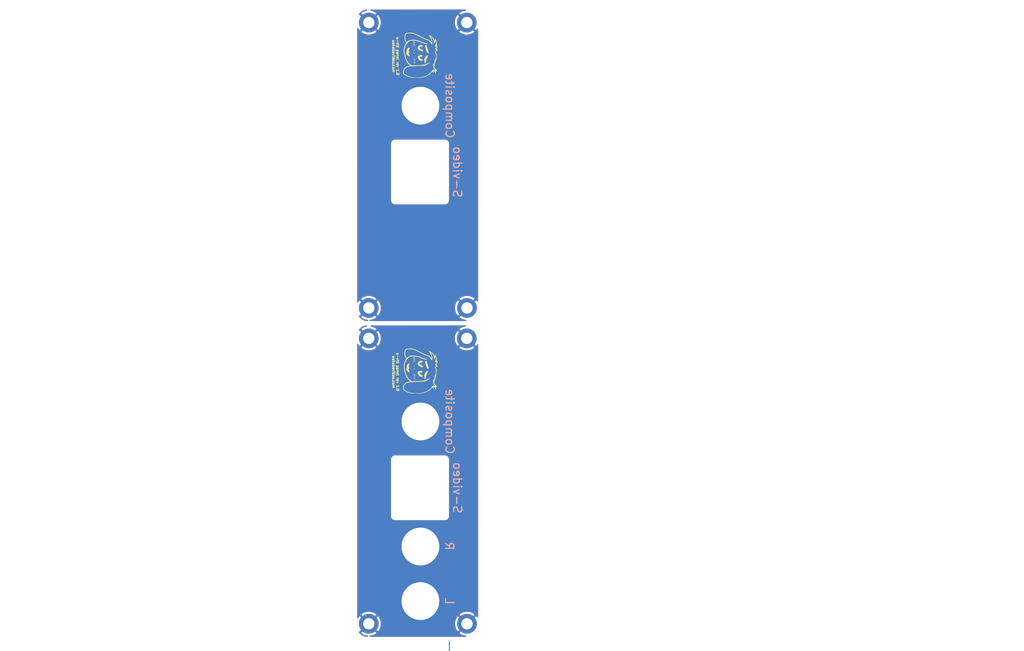
<source format=kicad_pcb>
(kicad_pcb (version 20221018) (generator pcbnew)
  (layers (0 "F.Cu" signal) (31 "B.Cu" signal) (34 "B.Paste" user) (35 "F.Paste" user) (36 "B.SilkS" user "B.Silkscreen") (37 "F.SilkS" user "F.Silkscreen") (38 "B.Mask" user) (39 "F.Mask" user) (44 "Edge.Cuts" user))
  (net 0 "")
  (net 1 "/GND4")
  (footprint "MountingHole:MountingHole_2.7mm_M2.5_DIN965_Pad" (layer "F.Cu") (at 108.8 117.3)
    (fp_text reference "H4" hide)
    (fp_text value "MountingHole_Pad")
    (pad "1" thru_hole circle (at 0 0) (size 4.7 4.7) (drill 2.7) (layers "*.Cu" "*.Mask") (net 1 "/GND4"))
  )
  (footprint "MountingHole:MountingHole_2.7mm_M2.5_DIN965_Pad" (layer "F.Cu") (at 132.15 117.3)
    (fp_text reference "H8" hide)
    (fp_text value "MountingHole_Pad")
    (pad "1" thru_hole circle (at 0 0) (size 4.7 4.7) (drill 2.7) (layers "*.Cu" "*.Mask") (net 1 "/GND4"))
  )
  (footprint "MountingHole:MountingHole_2.7mm_M2.5_DIN965_Pad" (layer "F.Cu") (at 108.8 185.3)
    (fp_text reference "H12" hide)
    (fp_text value "MountingHole_Pad")
    (pad "1" thru_hole circle (at 0 0) (size 4.7 4.7) (drill 2.7) (layers "*.Cu" "*.Mask") (net 1 "/GND4"))
  )
  (footprint "MountingHole:MountingHole_2.7mm_M2.5_DIN965_Pad" (layer "F.Cu") (at 132.2 185.3)
    (fp_text reference "H16" hide)
    (fp_text value "MountingHole_Pad")
    (pad "1" thru_hole circle (at 0 0) (size 4.7 4.7) (drill 2.7) (layers "*.Cu" "*.Mask") (net 1 "/GND4"))
  )
  (footprint "videobits:uwuriel" (layer "F.Cu") (at 121.1 125.1 -90)
    (fp_text reference "G***" hide)
    (fp_text value "LOGO" hide)
    (fp_poly (pts (xy -0.418861 1.481666) (xy -0.484447 1.56888) (xy -0.555612 1.595585) (xy -0.659453 1.574652) (xy -0.658862 1.510919) (xy -0.574579 1.414779) (xy -0.46739 1.406727) (xy -0.418861 1.481666)) (stroke (width 0.01)) (fill solid) (layer "F.SilkS"))
    (fp_poly (pts (xy -2.201333 1.324373) (xy -2.249734 1.448646) (xy -2.333004 1.571317) (xy -2.420538 1.675402) (xy -2.42069 1.646943) (xy -2.363869 1.524) (xy -2.262831 1.326263) (xy -2.212732 1.27121) (xy -2.201333 1.324373)) (stroke (width 0.01)) (fill solid) (layer "F.SilkS"))
    (fp_poly (pts (xy -2.119259 1.566333) (xy -2.161416 1.705472) (xy -2.201333 1.778) (xy -2.268421 1.845769) (xy -2.283407 1.820333) (xy -2.241251 1.681194) (xy -2.201333 1.608666) (xy -2.134246 1.540897) (xy -2.119259 1.566333)) (stroke (width 0.01)) (fill solid) (layer "F.SilkS"))
    (fp_poly (pts (xy -1.101835 1.422045) (xy -1.070049 1.481666) (xy -1.083058 1.590894) (xy -1.145657 1.608666) (xy -1.255588 1.540834) (xy -1.27 1.481666) (xy -1.229094 1.368925) (xy -1.194392 1.354666) (xy -1.101835 1.422045)) (stroke (width 0.01)) (fill solid) (layer "F.SilkS"))
    (fp_poly (pts (xy 0.566104 1.57869) (xy 0.550334 1.608666) (xy 0.470559 1.689523) (xy 0.455673 1.693333) (xy 0.449897 1.638643) (xy 0.465667 1.608666) (xy 0.545441 1.527809) (xy 0.560327 1.524) (xy 0.566104 1.57869)) (stroke (width 0.01)) (fill solid) (layer "F.SilkS"))
    (fp_poly (pts (xy 1.310575 1.242415) (xy 1.277616 1.312333) (xy 1.147752 1.543107) (xy 1.05582 1.660815) (xy 1.017558 1.645695) (xy 1.017297 1.639213) (xy 1.067781 1.511943) (xy 1.190114 1.342879) (xy 1.297284 1.227889) (xy 1.310575 1.242415)) (stroke (width 0.01)) (fill solid) (layer "F.SilkS"))
    (fp_poly (pts (xy -2.715334 1.312333) (xy -2.754209 1.442378) (xy -2.836333 1.608666) (xy -2.920576 1.732) (xy -2.957278 1.738121) (xy -2.957333 1.735666) (xy -2.918458 1.605621) (xy -2.836333 1.439333) (xy -2.752091 1.315999) (xy -2.715388 1.309878) (xy -2.715334 1.312333)) (stroke (width 0.01)) (fill solid) (layer "F.SilkS"))
    (fp_poly (pts (xy 1.097554 1.143) (xy 1.048409 1.256914) (xy 0.923645 1.433626) (xy 0.884104 1.481666) (xy 0.771165 1.600141) (xy 0.736631 1.604182) (xy 0.751321 1.566333) (xy 0.860036 1.375813) (xy 0.975406 1.216999) (xy 1.065217 1.129278) (xy 1.097554 1.143)) (stroke (width 0.01)) (fill solid) (layer "F.SilkS"))
    (fp_poly (pts (xy -3.009711 1.351684) (xy -3.070182 1.493112) (xy -3.172072 1.657179) (xy -3.285234 1.756414) (xy -3.36834 1.763057) (xy -3.386666 1.705696) (xy -3.333979 1.60124) (xy -3.204269 1.437276) (xy -3.175 1.405001) (xy -3.025381 1.251882) (xy -2.973185 1.231671) (xy -3.009711 1.351684)) (stroke (width 0.01)) (fill solid) (layer "F.SilkS"))
    (fp_poly (pts (xy -2.427632 1.252017) (xy -2.489998 1.419796) (xy -2.54 1.524) (xy -2.670094 1.76126) (xy -2.738609 1.850773) (xy -2.739053 1.79248) (xy -2.664932 1.586326) (xy -2.639546 1.524861) (xy -2.539297 1.318491) (xy -2.45475 1.198477) (xy -2.432446 1.186194) (xy -2.427632 1.252017)) (stroke (width 0.01)) (fill solid) (layer "F.SilkS"))
    (fp_poly (pts (xy 1.721902 1.208226) (xy 1.711539 1.228613) (xy 1.58151 1.410107) (xy 1.426009 1.566674) (xy 1.306032 1.665643) (xy 1.290828 1.663712) (xy 1.382131 1.548571) (xy 1.438065 1.48106) (xy 1.630134 1.251855) (xy 1.731035 1.139607) (xy 1.75641 1.129877) (xy 1.721902 1.208226)) (stroke (width 0.01)) (fill solid) (layer "F.SilkS"))
    (fp_poly (pts (xy 1.993024 1.250774) (xy 1.919405 1.411137) (xy 1.905 1.439333) (xy 1.793126 1.611731) (xy 1.69596 1.692497) (xy 1.688625 1.693333) (xy 1.677652 1.635112) (xy 1.755468 1.490254) (xy 1.791388 1.439333) (xy 1.91989 1.274792) (xy 2.00034 1.188909) (xy 2.007763 1.185333) (xy 1.993024 1.250774)) (stroke (width 0.01)) (fill solid) (layer "F.SilkS"))
    (fp_poly (pts (xy -0.572618 -1.960559) (xy -0.565458 -1.953992) (xy -0.513888 -1.811032) (xy -0.622911 -1.655869) (xy -0.884925 -1.495872) (xy -1.15122 -1.386406) (xy -1.654342 -1.224178) (xy -2.04016 -1.140466) (xy -2.298564 -1.136626) (xy -2.419445 -1.214012) (xy -2.420316 -1.216202) (xy -2.434355 -1.385251) (xy -2.31157 -1.499911) (xy -2.050196 -1.572856) (xy -1.802805 -1.63406) (xy -1.477227 -1.737208) (xy -1.198555 -1.839124) (xy -0.880724 -1.952203) (xy -0.682109 -1.990861) (xy -0.572618 -1.960559)) (stroke (width 0.01)) (fill solid) (layer "F.SilkS"))
    (fp_poly (pts (xy 0.300843 -1.745372) (xy 0.592182 -1.599884) (xy 0.643055 -1.566334) (xy 1.049231 -1.383826) (xy 1.302982 -1.353371) (xy 1.633539 -1.321448) (xy 1.814826 -1.230687) (xy 1.841262 -1.084092) (xy 1.835328 -1.066879) (xy 1.756969 -0.984691) (xy 1.579022 -0.942467) (xy 1.292694 -0.931334) (xy 0.981686 -0.946779) (xy 0.738903 -1.010576) (xy 0.48214 -1.148918) (xy 0.361501 -1.228033) (xy 0.089216 -1.435324) (xy -0.029293 -1.588191) (xy -0.030477 -1.651366) (xy 0.08865 -1.763118) (xy 0.300843 -1.745372)) (stroke (width 0.01)) (fill solid) (layer "F.SilkS"))
    (fp_poly (pts (xy 1.283356 -0.487818) (xy 1.339184 -0.270196) (xy 1.332518 -0.078505) (xy 1.25141 0.095007) (xy 1.067631 0.306617) (xy 1.031644 0.342944) (xy 0.723242 0.589683) (xy 0.45333 0.672899) (xy 0.218743 0.593194) (xy 0.132947 0.514571) (xy 0.02107 0.311936) (xy -0.047726 0.039704) (xy -0.061896 -0.228133) (xy -0.012019 -0.414505) (xy 0.112699 -0.497947) (xy 0.241193 -0.448645) (xy 0.327271 -0.295648) (xy 0.339963 -0.193158) (xy 0.363647 0.019562) (xy 0.407654 0.146862) (xy 0.514961 0.196319) (xy 0.660055 0.121843) (xy 0.808613 -0.047284) (xy 0.92631 -0.281784) (xy 0.932954 -0.301245) (xy 1.047778 -0.519493) (xy 1.175018 -0.580886) (xy 1.283356 -0.487818)) (stroke (width 0.01)) (fill solid) (layer "F.SilkS"))
    (fp_poly (pts (xy -1.048016 -0.619326) (xy -0.946793 -0.504826) (xy -0.945123 -0.306422) (xy -1.023206 -0.06033) (xy -1.161241 0.197234) (xy -1.339427 0.430055) (xy -1.537966 0.601916) (xy -1.737056 0.676602) (xy -1.756938 0.677333) (xy -1.94562 0.61926) (xy -2.159125 0.475134) (xy -2.207846 0.429846) (xy -2.388729 0.194635) (xy -2.452896 -0.068259) (xy -2.455333 -0.153763) (xy -2.426098 -0.404601) (xy -2.346162 -0.531299) (xy -2.33865 -0.534659) (xy -2.180209 -0.522603) (xy -2.069112 -0.375945) (xy -2.032 -0.155379) (xy -1.967361 0.074332) (xy -1.863094 0.169104) (xy -1.738669 0.20752) (xy -1.635355 0.142701) (xy -1.524744 -0.018417) (xy -1.414417 -0.220775) (xy -1.357202 -0.367501) (xy -1.354983 -0.385234) (xy -1.288803 -0.537782) (xy -1.143611 -0.624678) (xy -1.048016 -0.619326)) (stroke (width 0.01)) (fill solid) (layer "F.SilkS"))
    (fp_poly (pts (xy -1.592045 2.587219) (xy -1.403504 2.689485) (xy -1.386422 2.702527) (xy -1.221688 2.81584) (xy -1.113748 2.82288) (xy -1.017433 2.752963) (xy -0.810121 2.634858) (xy -0.629447 2.683261) (xy -0.545324 2.772833) (xy -0.461883 2.862355) (xy -0.375068 2.849487) (xy -0.228259 2.724915) (xy -0.222798 2.719788) (xy -0.035511 2.598648) (xy 0.135774 2.572085) (xy 0.24126 2.641776) (xy 0.254 2.70373) (xy 0.19466 2.838184) (xy 0.048787 3.022751) (xy -0.135398 3.207998) (xy -0.309674 3.344492) (xy -0.410937 3.38537) (xy -0.607179 3.339696) (xy -0.673346 3.306256) (xy -0.843625 3.264127) (xy -1.032624 3.275691) (xy -1.245579 3.266197) (xy -1.462669 3.176628) (xy -1.654761 3.036059) (xy -1.79272 2.873564) (xy -1.847414 2.71822) (xy -1.78971 2.599101) (xy -1.738156 2.571572) (xy -1.592045 2.587219)) (stroke (width 0.01)) (fill solid) (layer "F.SilkS"))
    (fp_poly (pts (xy -1.100666 -3.995516) (xy -1.055553 -3.878488) (xy -0.991309 -3.777476) (xy -0.911525 -3.689924) (xy -0.814388 -3.67252) (xy -0.643463 -3.724228) (xy -0.529355 -3.769001) (xy -0.160656 -3.862604) (xy 0.28248 -3.871313) (xy 0.820845 -3.793195) (xy 1.475228 -3.626315) (xy 1.682855 -3.563175) (xy 2.143707 -3.419082) (xy 2.473757 -3.323382) (xy 2.704691 -3.27681) (xy 2.868197 -3.280102) (xy 2.99596 -3.333991) (xy 3.119666 -3.439213) (xy 3.271003 -3.596502) (xy 3.274427 -3.600078) (xy 3.499966 -3.829644) (xy 3.634873 -3.944373) (xy 3.701952 -3.955152) (xy 3.724009 -3.872865) (xy 3.725334 -3.815324) (xy 3.751028 -3.707582) (xy 3.8594 -3.679743) (xy 4.010903 -3.697655) (xy 4.231758 -3.704766) (xy 4.354044 -3.650828) (xy 4.354566 -3.649998) (xy 4.340225 -3.571864) (xy 4.259497 -3.55558) (xy 4.096414 -3.503959) (xy 3.89092 -3.377256) (xy 3.852334 -3.346958) (xy 3.598334 -3.138757) (xy 3.92083 -3.135712) (xy 4.124185 -3.114772) (xy 4.196286 -3.063348) (xy 4.191 -3.048) (xy 4.072986 -2.979718) (xy 3.95317 -2.963105) (xy 3.863349 -2.949426) (xy 3.870404 -2.892303) (xy 3.987209 -2.767108) (xy 4.119169 -2.645605) (xy 4.596816 -2.11848) (xy 4.962079 -1.492545) (xy 5.177116 -0.927094) (xy 5.260163 -0.636075) (xy 5.31623 -0.361644) (xy 5.350093 -0.058859) (xy 5.366527 0.317217) (xy 5.370307 0.811524) (xy 5.370111 0.889) (xy 5.346052 1.646868) (xy 5.274011 2.275177) (xy 5.145865 2.808941) (xy 4.953495 3.283177) (xy 4.722049 3.683) (xy 4.554563 3.922212) (xy 4.418423 4.052208) (xy 4.259288 4.109823) (xy 4.063346 4.129524) (xy 3.58866 4.077596) (xy 3.325237 3.973534) (xy 2.974076 3.723867) (xy 2.718422 3.364554) (xy 2.542739 2.872973) (xy 2.528386 2.81314) (xy 2.428632 2.380982) (xy 2.185023 2.687524) (xy 1.856819 3.028483) (xy 1.454593 3.300193) (xy 0.931611 3.533962) (xy 0.908971 3.542427) (xy 0.012197 3.816885) (xy -0.810182 3.946786) (xy -1.55461 3.932206) (xy -2.217531 3.773222) (xy -2.795387 3.469911) (xy -2.805643 3.462664) (xy -2.968237 3.362182) (xy -3.065762 3.365124) (xy -3.138143 3.435598) (xy -3.398357 3.63257) (xy -3.764302 3.760951) (xy -4.184017 3.813853) (xy -4.60554 3.784387) (xy -4.954822 3.67646) (xy -5.132672 3.577041) (xy -5.248033 3.456079) (xy -5.319934 3.272818) (xy -5.367403 2.986503) (xy -5.391634 2.751593) (xy -5.246331 2.751593) (xy -5.23852 2.982727) (xy -5.200208 3.138855) (xy -5.123 3.266863) (xy -5.063624 3.339123) (xy -4.883932 3.499565) (xy -4.655584 3.586074) (xy -4.423443 3.619537) (xy -4.00944 3.6343) (xy -3.69707 3.577276) (xy -3.429348 3.435962) (xy -3.364133 3.387115) (xy -3.144753 3.21455) (xy -3.385185 2.951312) (xy -3.575289 2.629213) (xy -3.683119 2.190861) (xy -3.709871 1.667333) (xy -3.656736 1.089708) (xy -3.52491 0.489067) (xy -3.315585 -0.103513) (xy -3.263334 -0.220907) (xy -3.112316 -0.577503) (xy -2.988302 -0.925051) (xy -2.913368 -1.20021) (xy -2.905085 -1.248834) (xy -2.857156 -1.468397) (xy -2.794968 -1.595777) (xy -2.770698 -1.608667) (xy -2.714421 -1.536119) (xy -2.716335 -1.340679) (xy -2.769248 -1.055659) (xy -2.865964 -0.714368) (xy -2.999291 -0.350115) (xy -3.084965 -0.153468) (xy -3.343963 0.545577) (xy -3.488402 1.258557) (xy -3.510144 1.937071) (xy -3.480737 2.200081) (xy -3.422574 2.473375) (xy -3.329793 2.678348) (xy -3.165694 2.877832) (xy -2.981798 3.054237) (xy -2.428741 3.462661) (xy -1.830335 3.70896) (xy -1.177042 3.796511) (xy -0.908315 3.788571) (xy -0.416436 3.721176) (xy 0.135137 3.59375) (xy 0.686927 3.424217) (xy 1.179457 3.230506) (xy 1.506027 3.060887) (xy 1.764889 2.854572) (xy 2.022674 2.577286) (xy 2.138715 2.418537) (xy 2.408377 2.000741) (xy 2.385431 0.767537) (xy 2.360042 0.073557) (xy 2.308201 -0.486146) (xy 2.223275 -0.945463) (xy 2.098633 -1.338287) (xy 1.927642 -1.698509) (xy 1.889832 -1.76526) (xy 1.765573 -2.022087) (xy 1.740632 -2.184309) (xy 1.756097 -2.213297) (xy 1.833119 -2.184501) (xy 1.96203 -2.011257) (xy 2.133185 -1.706876) (xy 2.157882 -1.65867) (xy 2.47989 -1.024265) (xy 2.548711 0.609701) (xy 2.579802 1.303612) (xy 2.609652 1.851631) (xy 2.641007 2.277151) (xy 2.676615 2.603568) (xy 2.719222 2.854274) (xy 2.771575 3.052663) (xy 2.836421 3.222131) (xy 2.861987 3.277707) (xy 3.069696 3.56765) (xy 3.359879 3.787765) (xy 3.691657 3.925036) (xy 4.024153 3.966445) (xy 4.316488 3.898979) (xy 4.467248 3.788833) (xy 4.75375 3.381418) (xy 4.986618 2.845907) (xy 5.160407 2.216534) (xy 5.269675 1.527533) (xy 5.308981 0.813138) (xy 5.272881 0.107583) (xy 5.157084 -0.550334) (xy 5.045749 -0.928257) (xy 4.909694 -1.296079) (xy 4.767712 -1.610115) (xy 4.638598 -1.826681) (xy 4.58215 -1.886749) (xy 4.445012 -2.03523) (xy 4.319797 -2.23196) (xy 4.17529 -2.426228) (xy 4.013528 -2.543095) (xy 3.830353 -2.646659) (xy 3.619445 -2.809943) (xy 3.592132 -2.834666) (xy 3.440912 -2.99481) (xy 3.406369 -3.112075) (xy 3.453901 -3.220883) (xy 3.549527 -3.411852) (xy 3.530836 -3.482811) (xy 3.407055 -3.429553) (xy 3.256721 -3.310771) (xy 3.060623 -3.158091) (xy 2.874324 -3.079082) (xy 2.626878 -3.050568) (xy 2.452387 -3.048) (xy 2.183002 -3.060921) (xy 2.000497 -3.094637) (xy 1.947334 -3.132667) (xy 2.014819 -3.216932) (xy 2.053167 -3.225773) (xy 2.102653 -3.246019) (xy 2.025154 -3.280408) (xy 1.861397 -3.319689) (xy 1.652107 -3.354614) (xy 1.438009 -3.375935) (xy 1.381881 -3.378228) (xy 1.124745 -3.413942) (xy 0.928515 -3.492384) (xy 0.897571 -3.517192) (xy 0.608568 -3.70594) (xy 0.241246 -3.765145) (xy -0.215645 -3.695022) (xy -0.650472 -3.547058) (xy -0.843741 -3.484885) (xy -0.965817 -3.515817) (xy -1.083381 -3.640346) (xy -1.246819 -3.842183) (xy -1.344259 -3.660113) (xy -1.4417 -3.478043) (xy -1.748665 -3.686355) (xy -1.994237 -3.839697) (xy -2.125213 -3.882468) (xy -2.155259 -3.814653) (xy -2.117806 -3.685998) (xy -2.078731 -3.498535) (xy -2.150267 -3.43805) (xy -2.329746 -3.505662) (xy -2.418282 -3.560263) (xy -2.681229 -3.673036) (xy -2.987484 -3.721415) (xy -3.261649 -3.697976) (xy -3.368261 -3.653834) (xy -3.382058 -3.587908) (xy -3.233253 -3.506919) (xy -3.138234 -3.473171) (xy -2.914242 -3.376111) (xy -2.856096 -3.294688) (xy -2.960416 -3.238548) (xy -3.223822 -3.217337) (xy -3.227896 -3.217334) (xy -3.577393 -3.178845) (xy -3.878112 -3.044463) (xy -4.169833 -2.810148) (xy -4.348325 -2.625627) (xy -4.386986 -2.53646) (xy -4.286519 -2.543531) (xy -4.047623 -2.647724) (xy -4.042833 -2.650109) (xy -3.797122 -2.738028) (xy -3.490138 -2.800587) (xy -3.167662 -2.834861) (xy -2.875475 -2.837922) (xy -2.659359 -2.806847) (xy -2.566664 -2.744445) (xy -2.617154 -2.658273) (xy -2.781154 -2.546402) (xy -2.882411 -2.495979) (xy -3.264169 -2.255711) (xy -3.51703 -1.92406) (xy -3.642947 -1.576447) (xy -3.708365 -1.390809) (xy -3.837383 -1.085353) (xy -4.016087 -0.69081) (xy -4.230565 -0.237914) (xy -4.462832 0.234484) (xy -4.716655 0.743603) (xy -4.904535 1.131584) (xy -5.037098 1.428324) (xy -5.124969 1.663717) (xy -5.178776 1.867661) (xy -5.209145 2.070049) (xy -5.226701 2.300778) (xy -5.232038 2.398568) (xy -5.246331 2.751593) (xy -5.391634 2.751593) (xy -5.393048 2.737893) (xy -5.408064 2.367543) (xy -5.373516 2.013255) (xy -5.279389 1.63891) (xy -5.115667 1.208389) (xy -4.872333 0.685571) (xy -4.763791 0.468746) (xy -4.496993 -0.058013) (xy -4.295518 -0.459214) (xy -4.147756 -0.760146) (xy -4.0421 -0.986102) (xy -3.96694 -1.162371) (xy -3.910669 -1.314245) (xy -3.861677 -1.467013) (xy -3.836026 -1.552502) (xy -3.673856 -1.991759) (xy -3.476268 -2.303168) (xy -3.216098 -2.52801) (xy -3.178623 -2.551597) (xy -2.921 -2.708701) (xy -3.217333 -2.707158) (xy -3.578197 -2.645944) (xy -3.996053 -2.481082) (xy -4.41579 -2.235841) (xy -4.530204 -2.15285) (xy -4.727529 -2.027077) (xy -4.818823 -2.027575) (xy -4.803861 -2.148413) (xy -4.682419 -2.383656) (xy -4.546852 -2.594256) (xy -4.179737 -3.002134) (xy -3.848352 -3.217162) (xy -3.429 -3.428657) (xy -3.725333 -3.477433) (xy -4.021666 -3.526208) (xy -3.598333 -3.717945) (xy -3.212158 -3.851899) (xy -2.847312 -3.878045) (xy -2.780544 -3.873011) (xy -2.538401 -3.861028) (xy -2.433049 -3.888914) (xy -2.429769 -3.95017) (xy -2.405696 -4.039954) (xy -2.257887 -4.060222) (xy -2.016641 -4.011788) (xy -1.798111 -3.933172) (xy -1.590297 -3.855691) (xy -1.476069 -3.852348) (xy -1.396772 -3.923144) (xy -1.38933 -3.933172) (xy -1.267202 -4.037739) (xy -1.149523 -4.060899) (xy -1.100666 -3.995516)) (stroke (width 0.01)) (fill solid) (layer "F.SilkS"))
  )
  (footprint "videobits:uwuriel" (layer "F.Cu") (at 121.1 49.85 -90)
    (fp_text reference "G***" hide)
    (fp_text value "LOGO" hide)
    (fp_poly (pts (xy -0.418861 1.481666) (xy -0.484447 1.56888) (xy -0.555612 1.595585) (xy -0.659453 1.574652) (xy -0.658862 1.510919) (xy -0.574579 1.414779) (xy -0.46739 1.406727) (xy -0.418861 1.481666)) (stroke (width 0.01)) (fill solid) (layer "F.SilkS"))
    (fp_poly (pts (xy -2.201333 1.324373) (xy -2.249734 1.448646) (xy -2.333004 1.571317) (xy -2.420538 1.675402) (xy -2.42069 1.646943) (xy -2.363869 1.524) (xy -2.262831 1.326263) (xy -2.212732 1.27121) (xy -2.201333 1.324373)) (stroke (width 0.01)) (fill solid) (layer "F.SilkS"))
    (fp_poly (pts (xy -2.119259 1.566333) (xy -2.161416 1.705472) (xy -2.201333 1.778) (xy -2.268421 1.845769) (xy -2.283407 1.820333) (xy -2.241251 1.681194) (xy -2.201333 1.608666) (xy -2.134246 1.540897) (xy -2.119259 1.566333)) (stroke (width 0.01)) (fill solid) (layer "F.SilkS"))
    (fp_poly (pts (xy -1.101835 1.422045) (xy -1.070049 1.481666) (xy -1.083058 1.590894) (xy -1.145657 1.608666) (xy -1.255588 1.540834) (xy -1.27 1.481666) (xy -1.229094 1.368925) (xy -1.194392 1.354666) (xy -1.101835 1.422045)) (stroke (width 0.01)) (fill solid) (layer "F.SilkS"))
    (fp_poly (pts (xy 0.566104 1.57869) (xy 0.550334 1.608666) (xy 0.470559 1.689523) (xy 0.455673 1.693333) (xy 0.449897 1.638643) (xy 0.465667 1.608666) (xy 0.545441 1.527809) (xy 0.560327 1.524) (xy 0.566104 1.57869)) (stroke (width 0.01)) (fill solid) (layer "F.SilkS"))
    (fp_poly (pts (xy 1.310575 1.242415) (xy 1.277616 1.312333) (xy 1.147752 1.543107) (xy 1.05582 1.660815) (xy 1.017558 1.645695) (xy 1.017297 1.639213) (xy 1.067781 1.511943) (xy 1.190114 1.342879) (xy 1.297284 1.227889) (xy 1.310575 1.242415)) (stroke (width 0.01)) (fill solid) (layer "F.SilkS"))
    (fp_poly (pts (xy -2.715334 1.312333) (xy -2.754209 1.442378) (xy -2.836333 1.608666) (xy -2.920576 1.732) (xy -2.957278 1.738121) (xy -2.957333 1.735666) (xy -2.918458 1.605621) (xy -2.836333 1.439333) (xy -2.752091 1.315999) (xy -2.715388 1.309878) (xy -2.715334 1.312333)) (stroke (width 0.01)) (fill solid) (layer "F.SilkS"))
    (fp_poly (pts (xy 1.097554 1.143) (xy 1.048409 1.256914) (xy 0.923645 1.433626) (xy 0.884104 1.481666) (xy 0.771165 1.600141) (xy 0.736631 1.604182) (xy 0.751321 1.566333) (xy 0.860036 1.375813) (xy 0.975406 1.216999) (xy 1.065217 1.129278) (xy 1.097554 1.143)) (stroke (width 0.01)) (fill solid) (layer "F.SilkS"))
    (fp_poly (pts (xy -3.009711 1.351684) (xy -3.070182 1.493112) (xy -3.172072 1.657179) (xy -3.285234 1.756414) (xy -3.36834 1.763057) (xy -3.386666 1.705696) (xy -3.333979 1.60124) (xy -3.204269 1.437276) (xy -3.175 1.405001) (xy -3.025381 1.251882) (xy -2.973185 1.231671) (xy -3.009711 1.351684)) (stroke (width 0.01)) (fill solid) (layer "F.SilkS"))
    (fp_poly (pts (xy -2.427632 1.252017) (xy -2.489998 1.419796) (xy -2.54 1.524) (xy -2.670094 1.76126) (xy -2.738609 1.850773) (xy -2.739053 1.79248) (xy -2.664932 1.586326) (xy -2.639546 1.524861) (xy -2.539297 1.318491) (xy -2.45475 1.198477) (xy -2.432446 1.186194) (xy -2.427632 1.252017)) (stroke (width 0.01)) (fill solid) (layer "F.SilkS"))
    (fp_poly (pts (xy 1.721902 1.208226) (xy 1.711539 1.228613) (xy 1.58151 1.410107) (xy 1.426009 1.566674) (xy 1.306032 1.665643) (xy 1.290828 1.663712) (xy 1.382131 1.548571) (xy 1.438065 1.48106) (xy 1.630134 1.251855) (xy 1.731035 1.139607) (xy 1.75641 1.129877) (xy 1.721902 1.208226)) (stroke (width 0.01)) (fill solid) (layer "F.SilkS"))
    (fp_poly (pts (xy 1.993024 1.250774) (xy 1.919405 1.411137) (xy 1.905 1.439333) (xy 1.793126 1.611731) (xy 1.69596 1.692497) (xy 1.688625 1.693333) (xy 1.677652 1.635112) (xy 1.755468 1.490254) (xy 1.791388 1.439333) (xy 1.91989 1.274792) (xy 2.00034 1.188909) (xy 2.007763 1.185333) (xy 1.993024 1.250774)) (stroke (width 0.01)) (fill solid) (layer "F.SilkS"))
    (fp_poly (pts (xy -0.572618 -1.960559) (xy -0.565458 -1.953992) (xy -0.513888 -1.811032) (xy -0.622911 -1.655869) (xy -0.884925 -1.495872) (xy -1.15122 -1.386406) (xy -1.654342 -1.224178) (xy -2.04016 -1.140466) (xy -2.298564 -1.136626) (xy -2.419445 -1.214012) (xy -2.420316 -1.216202) (xy -2.434355 -1.385251) (xy -2.31157 -1.499911) (xy -2.050196 -1.572856) (xy -1.802805 -1.63406) (xy -1.477227 -1.737208) (xy -1.198555 -1.839124) (xy -0.880724 -1.952203) (xy -0.682109 -1.990861) (xy -0.572618 -1.960559)) (stroke (width 0.01)) (fill solid) (layer "F.SilkS"))
    (fp_poly (pts (xy 0.300843 -1.745372) (xy 0.592182 -1.599884) (xy 0.643055 -1.566334) (xy 1.049231 -1.383826) (xy 1.302982 -1.353371) (xy 1.633539 -1.321448) (xy 1.814826 -1.230687) (xy 1.841262 -1.084092) (xy 1.835328 -1.066879) (xy 1.756969 -0.984691) (xy 1.579022 -0.942467) (xy 1.292694 -0.931334) (xy 0.981686 -0.946779) (xy 0.738903 -1.010576) (xy 0.48214 -1.148918) (xy 0.361501 -1.228033) (xy 0.089216 -1.435324) (xy -0.029293 -1.588191) (xy -0.030477 -1.651366) (xy 0.08865 -1.763118) (xy 0.300843 -1.745372)) (stroke (width 0.01)) (fill solid) (layer "F.SilkS"))
    (fp_poly (pts (xy 1.283356 -0.487818) (xy 1.339184 -0.270196) (xy 1.332518 -0.078505) (xy 1.25141 0.095007) (xy 1.067631 0.306617) (xy 1.031644 0.342944) (xy 0.723242 0.589683) (xy 0.45333 0.672899) (xy 0.218743 0.593194) (xy 0.132947 0.514571) (xy 0.02107 0.311936) (xy -0.047726 0.039704) (xy -0.061896 -0.228133) (xy -0.012019 -0.414505) (xy 0.112699 -0.497947) (xy 0.241193 -0.448645) (xy 0.327271 -0.295648) (xy 0.339963 -0.193158) (xy 0.363647 0.019562) (xy 0.407654 0.146862) (xy 0.514961 0.196319) (xy 0.660055 0.121843) (xy 0.808613 -0.047284) (xy 0.92631 -0.281784) (xy 0.932954 -0.301245) (xy 1.047778 -0.519493) (xy 1.175018 -0.580886) (xy 1.283356 -0.487818)) (stroke (width 0.01)) (fill solid) (layer "F.SilkS"))
    (fp_poly (pts (xy -1.048016 -0.619326) (xy -0.946793 -0.504826) (xy -0.945123 -0.306422) (xy -1.023206 -0.06033) (xy -1.161241 0.197234) (xy -1.339427 0.430055) (xy -1.537966 0.601916) (xy -1.737056 0.676602) (xy -1.756938 0.677333) (xy -1.94562 0.61926) (xy -2.159125 0.475134) (xy -2.207846 0.429846) (xy -2.388729 0.194635) (xy -2.452896 -0.068259) (xy -2.455333 -0.153763) (xy -2.426098 -0.404601) (xy -2.346162 -0.531299) (xy -2.33865 -0.534659) (xy -2.180209 -0.522603) (xy -2.069112 -0.375945) (xy -2.032 -0.155379) (xy -1.967361 0.074332) (xy -1.863094 0.169104) (xy -1.738669 0.20752) (xy -1.635355 0.142701) (xy -1.524744 -0.018417) (xy -1.414417 -0.220775) (xy -1.357202 -0.367501) (xy -1.354983 -0.385234) (xy -1.288803 -0.537782) (xy -1.143611 -0.624678) (xy -1.048016 -0.619326)) (stroke (width 0.01)) (fill solid) (layer "F.SilkS"))
    (fp_poly (pts (xy -1.592045 2.587219) (xy -1.403504 2.689485) (xy -1.386422 2.702527) (xy -1.221688 2.81584) (xy -1.113748 2.82288) (xy -1.017433 2.752963) (xy -0.810121 2.634858) (xy -0.629447 2.683261) (xy -0.545324 2.772833) (xy -0.461883 2.862355) (xy -0.375068 2.849487) (xy -0.228259 2.724915) (xy -0.222798 2.719788) (xy -0.035511 2.598648) (xy 0.135774 2.572085) (xy 0.24126 2.641776) (xy 0.254 2.70373) (xy 0.19466 2.838184) (xy 0.048787 3.022751) (xy -0.135398 3.207998) (xy -0.309674 3.344492) (xy -0.410937 3.38537) (xy -0.607179 3.339696) (xy -0.673346 3.306256) (xy -0.843625 3.264127) (xy -1.032624 3.275691) (xy -1.245579 3.266197) (xy -1.462669 3.176628) (xy -1.654761 3.036059) (xy -1.79272 2.873564) (xy -1.847414 2.71822) (xy -1.78971 2.599101) (xy -1.738156 2.571572) (xy -1.592045 2.587219)) (stroke (width 0.01)) (fill solid) (layer "F.SilkS"))
    (fp_poly (pts (xy -1.100666 -3.995516) (xy -1.055553 -3.878488) (xy -0.991309 -3.777476) (xy -0.911525 -3.689924) (xy -0.814388 -3.67252) (xy -0.643463 -3.724228) (xy -0.529355 -3.769001) (xy -0.160656 -3.862604) (xy 0.28248 -3.871313) (xy 0.820845 -3.793195) (xy 1.475228 -3.626315) (xy 1.682855 -3.563175) (xy 2.143707 -3.419082) (xy 2.473757 -3.323382) (xy 2.704691 -3.27681) (xy 2.868197 -3.280102) (xy 2.99596 -3.333991) (xy 3.119666 -3.439213) (xy 3.271003 -3.596502) (xy 3.274427 -3.600078) (xy 3.499966 -3.829644) (xy 3.634873 -3.944373) (xy 3.701952 -3.955152) (xy 3.724009 -3.872865) (xy 3.725334 -3.815324) (xy 3.751028 -3.707582) (xy 3.8594 -3.679743) (xy 4.010903 -3.697655) (xy 4.231758 -3.704766) (xy 4.354044 -3.650828) (xy 4.354566 -3.649998) (xy 4.340225 -3.571864) (xy 4.259497 -3.55558) (xy 4.096414 -3.503959) (xy 3.89092 -3.377256) (xy 3.852334 -3.346958) (xy 3.598334 -3.138757) (xy 3.92083 -3.135712) (xy 4.124185 -3.114772) (xy 4.196286 -3.063348) (xy 4.191 -3.048) (xy 4.072986 -2.979718) (xy 3.95317 -2.963105) (xy 3.863349 -2.949426) (xy 3.870404 -2.892303) (xy 3.987209 -2.767108) (xy 4.119169 -2.645605) (xy 4.596816 -2.11848) (xy 4.962079 -1.492545) (xy 5.177116 -0.927094) (xy 5.260163 -0.636075) (xy 5.31623 -0.361644) (xy 5.350093 -0.058859) (xy 5.366527 0.317217) (xy 5.370307 0.811524) (xy 5.370111 0.889) (xy 5.346052 1.646868) (xy 5.274011 2.275177) (xy 5.145865 2.808941) (xy 4.953495 3.283177) (xy 4.722049 3.683) (xy 4.554563 3.922212) (xy 4.418423 4.052208) (xy 4.259288 4.109823) (xy 4.063346 4.129524) (xy 3.58866 4.077596) (xy 3.325237 3.973534) (xy 2.974076 3.723867) (xy 2.718422 3.364554) (xy 2.542739 2.872973) (xy 2.528386 2.81314) (xy 2.428632 2.380982) (xy 2.185023 2.687524) (xy 1.856819 3.028483) (xy 1.454593 3.300193) (xy 0.931611 3.533962) (xy 0.908971 3.542427) (xy 0.012197 3.816885) (xy -0.810182 3.946786) (xy -1.55461 3.932206) (xy -2.217531 3.773222) (xy -2.795387 3.469911) (xy -2.805643 3.462664) (xy -2.968237 3.362182) (xy -3.065762 3.365124) (xy -3.138143 3.435598) (xy -3.398357 3.63257) (xy -3.764302 3.760951) (xy -4.184017 3.813853) (xy -4.60554 3.784387) (xy -4.954822 3.67646) (xy -5.132672 3.577041) (xy -5.248033 3.456079) (xy -5.319934 3.272818) (xy -5.367403 2.986503) (xy -5.391634 2.751593) (xy -5.246331 2.751593) (xy -5.23852 2.982727) (xy -5.200208 3.138855) (xy -5.123 3.266863) (xy -5.063624 3.339123) (xy -4.883932 3.499565) (xy -4.655584 3.586074) (xy -4.423443 3.619537) (xy -4.00944 3.6343) (xy -3.69707 3.577276) (xy -3.429348 3.435962) (xy -3.364133 3.387115) (xy -3.144753 3.21455) (xy -3.385185 2.951312) (xy -3.575289 2.629213) (xy -3.683119 2.190861) (xy -3.709871 1.667333) (xy -3.656736 1.089708) (xy -3.52491 0.489067) (xy -3.315585 -0.103513) (xy -3.263334 -0.220907) (xy -3.112316 -0.577503) (xy -2.988302 -0.925051) (xy -2.913368 -1.20021) (xy -2.905085 -1.248834) (xy -2.857156 -1.468397) (xy -2.794968 -1.595777) (xy -2.770698 -1.608667) (xy -2.714421 -1.536119) (xy -2.716335 -1.340679) (xy -2.769248 -1.055659) (xy -2.865964 -0.714368) (xy -2.999291 -0.350115) (xy -3.084965 -0.153468) (xy -3.343963 0.545577) (xy -3.488402 1.258557) (xy -3.510144 1.937071) (xy -3.480737 2.200081) (xy -3.422574 2.473375) (xy -3.329793 2.678348) (xy -3.165694 2.877832) (xy -2.981798 3.054237) (xy -2.428741 3.462661) (xy -1.830335 3.70896) (xy -1.177042 3.796511) (xy -0.908315 3.788571) (xy -0.416436 3.721176) (xy 0.135137 3.59375) (xy 0.686927 3.424217) (xy 1.179457 3.230506) (xy 1.506027 3.060887) (xy 1.764889 2.854572) (xy 2.022674 2.577286) (xy 2.138715 2.418537) (xy 2.408377 2.000741) (xy 2.385431 0.767537) (xy 2.360042 0.073557) (xy 2.308201 -0.486146) (xy 2.223275 -0.945463) (xy 2.098633 -1.338287) (xy 1.927642 -1.698509) (xy 1.889832 -1.76526) (xy 1.765573 -2.022087) (xy 1.740632 -2.184309) (xy 1.756097 -2.213297) (xy 1.833119 -2.184501) (xy 1.96203 -2.011257) (xy 2.133185 -1.706876) (xy 2.157882 -1.65867) (xy 2.47989 -1.024265) (xy 2.548711 0.609701) (xy 2.579802 1.303612) (xy 2.609652 1.851631) (xy 2.641007 2.277151) (xy 2.676615 2.603568) (xy 2.719222 2.854274) (xy 2.771575 3.052663) (xy 2.836421 3.222131) (xy 2.861987 3.277707) (xy 3.069696 3.56765) (xy 3.359879 3.787765) (xy 3.691657 3.925036) (xy 4.024153 3.966445) (xy 4.316488 3.898979) (xy 4.467248 3.788833) (xy 4.75375 3.381418) (xy 4.986618 2.845907) (xy 5.160407 2.216534) (xy 5.269675 1.527533) (xy 5.308981 0.813138) (xy 5.272881 0.107583) (xy 5.157084 -0.550334) (xy 5.045749 -0.928257) (xy 4.909694 -1.296079) (xy 4.767712 -1.610115) (xy 4.638598 -1.826681) (xy 4.58215 -1.886749) (xy 4.445012 -2.03523) (xy 4.319797 -2.23196) (xy 4.17529 -2.426228) (xy 4.013528 -2.543095) (xy 3.830353 -2.646659) (xy 3.619445 -2.809943) (xy 3.592132 -2.834666) (xy 3.440912 -2.99481) (xy 3.406369 -3.112075) (xy 3.453901 -3.220883) (xy 3.549527 -3.411852) (xy 3.530836 -3.482811) (xy 3.407055 -3.429553) (xy 3.256721 -3.310771) (xy 3.060623 -3.158091) (xy 2.874324 -3.079082) (xy 2.626878 -3.050568) (xy 2.452387 -3.048) (xy 2.183002 -3.060921) (xy 2.000497 -3.094637) (xy 1.947334 -3.132667) (xy 2.014819 -3.216932) (xy 2.053167 -3.225773) (xy 2.102653 -3.246019) (xy 2.025154 -3.280408) (xy 1.861397 -3.319689) (xy 1.652107 -3.354614) (xy 1.438009 -3.375935) (xy 1.381881 -3.378228) (xy 1.124745 -3.413942) (xy 0.928515 -3.492384) (xy 0.897571 -3.517192) (xy 0.608568 -3.70594) (xy 0.241246 -3.765145) (xy -0.215645 -3.695022) (xy -0.650472 -3.547058) (xy -0.843741 -3.484885) (xy -0.965817 -3.515817) (xy -1.083381 -3.640346) (xy -1.246819 -3.842183) (xy -1.344259 -3.660113) (xy -1.4417 -3.478043) (xy -1.748665 -3.686355) (xy -1.994237 -3.839697) (xy -2.125213 -3.882468) (xy -2.155259 -3.814653) (xy -2.117806 -3.685998) (xy -2.078731 -3.498535) (xy -2.150267 -3.43805) (xy -2.329746 -3.505662) (xy -2.418282 -3.560263) (xy -2.681229 -3.673036) (xy -2.987484 -3.721415) (xy -3.261649 -3.697976) (xy -3.368261 -3.653834) (xy -3.382058 -3.587908) (xy -3.233253 -3.506919) (xy -3.138234 -3.473171) (xy -2.914242 -3.376111) (xy -2.856096 -3.294688) (xy -2.960416 -3.238548) (xy -3.223822 -3.217337) (xy -3.227896 -3.217334) (xy -3.577393 -3.178845) (xy -3.878112 -3.044463) (xy -4.169833 -2.810148) (xy -4.348325 -2.625627) (xy -4.386986 -2.53646) (xy -4.286519 -2.543531) (xy -4.047623 -2.647724) (xy -4.042833 -2.650109) (xy -3.797122 -2.738028) (xy -3.490138 -2.800587) (xy -3.167662 -2.834861) (xy -2.875475 -2.837922) (xy -2.659359 -2.806847) (xy -2.566664 -2.744445) (xy -2.617154 -2.658273) (xy -2.781154 -2.546402) (xy -2.882411 -2.495979) (xy -3.264169 -2.255711) (xy -3.51703 -1.92406) (xy -3.642947 -1.576447) (xy -3.708365 -1.390809) (xy -3.837383 -1.085353) (xy -4.016087 -0.69081) (xy -4.230565 -0.237914) (xy -4.462832 0.234484) (xy -4.716655 0.743603) (xy -4.904535 1.131584) (xy -5.037098 1.428324) (xy -5.124969 1.663717) (xy -5.178776 1.867661) (xy -5.209145 2.070049) (xy -5.226701 2.300778) (xy -5.232038 2.398568) (xy -5.246331 2.751593) (xy -5.391634 2.751593) (xy -5.393048 2.737893) (xy -5.408064 2.367543) (xy -5.373516 2.013255) (xy -5.279389 1.63891) (xy -5.115667 1.208389) (xy -4.872333 0.685571) (xy -4.763791 0.468746) (xy -4.496993 -0.058013) (xy -4.295518 -0.459214) (xy -4.147756 -0.760146) (xy -4.0421 -0.986102) (xy -3.96694 -1.162371) (xy -3.910669 -1.314245) (xy -3.861677 -1.467013) (xy -3.836026 -1.552502) (xy -3.673856 -1.991759) (xy -3.476268 -2.303168) (xy -3.216098 -2.52801) (xy -3.178623 -2.551597) (xy -2.921 -2.708701) (xy -3.217333 -2.707158) (xy -3.578197 -2.645944) (xy -3.996053 -2.481082) (xy -4.41579 -2.235841) (xy -4.530204 -2.15285) (xy -4.727529 -2.027077) (xy -4.818823 -2.027575) (xy -4.803861 -2.148413) (xy -4.682419 -2.383656) (xy -4.546852 -2.594256) (xy -4.179737 -3.002134) (xy -3.848352 -3.217162) (xy -3.429 -3.428657) (xy -3.725333 -3.477433) (xy -4.021666 -3.526208) (xy -3.598333 -3.717945) (xy -3.212158 -3.851899) (xy -2.847312 -3.878045) (xy -2.780544 -3.873011) (xy -2.538401 -3.861028) (xy -2.433049 -3.888914) (xy -2.429769 -3.95017) (xy -2.405696 -4.039954) (xy -2.257887 -4.060222) (xy -2.016641 -4.011788) (xy -1.798111 -3.933172) (xy -1.590297 -3.855691) (xy -1.476069 -3.852348) (xy -1.396772 -3.923144) (xy -1.38933 -3.933172) (xy -1.267202 -4.037739) (xy -1.149523 -4.060899) (xy -1.100666 -3.995516)) (stroke (width 0.01)) (fill solid) (layer "F.SilkS"))
  )
  (footprint "MountingHole:MountingHole_2.7mm_M2.5_DIN965_Pad" (layer "F.Cu") (at 108.8 110.05)
    (fp_text reference "H12" hide)
    (fp_text value "MountingHole_Pad")
    (pad "1" thru_hole circle (at 0 0) (size 4.7 4.7) (drill 2.7) (layers "*.Cu" "*.Mask") (net 1 "/GND4"))
  )
  (footprint "MountingHole:MountingHole_2.7mm_M2.5_DIN965_Pad" (layer "F.Cu") (at 132.15 42.05)
    (fp_text reference "H8" hide)
    (fp_text value "MountingHole_Pad")
    (pad "1" thru_hole circle (at 0 0) (size 4.7 4.7) (drill 2.7) (layers "*.Cu" "*.Mask") (net 1 "/GND4"))
  )
  (footprint "MountingHole:MountingHole_2.7mm_M2.5_DIN965_Pad" (layer "F.Cu") (at 108.8 42.05)
    (fp_text reference "H4" hide)
    (fp_text value "MountingHole_Pad")
    (pad "1" thru_hole circle (at 0 0) (size 4.7 4.7) (drill 2.7) (layers "*.Cu" "*.Mask") (net 1 "/GND4"))
  )
  (footprint "MountingHole:MountingHole_2.7mm_M2.5_DIN965_Pad" (layer "F.Cu") (at 132.2 110.05)
    (fp_text reference "H16" hide)
    (fp_text value "MountingHole_Pad")
    (pad "1" thru_hole circle (at 0 0) (size 4.7 4.7) (drill 2.7) (layers "*.Cu" "*.Mask") (net 1 "/GND4"))
  )
  (gr_line (start 134.9 151.3) (end 134.9 185.95) (stroke (width 0.05)) (layer "Edge.Cuts"))
  (gr_arc (start 106 116.65) (mid 106.732233 114.882233) (end 108.5 114.15) (stroke (width 0.05)) (layer "Edge.Cuts"))
  (gr_line (start 106 151.3) (end 106 185.95) (stroke (width 0.05)) (layer "Edge.Cuts"))
  (gr_line (start 108.5 114.15) (end 132.4 114.15) (stroke (width 0.05)) (layer "Edge.Cuts"))
  (gr_arc (start 108.5 188.45) (mid 106.732233 187.717767) (end 106 185.95) (stroke (width 0.05)) (layer "Edge.Cuts"))
  (gr_arc (start 134.9 185.95) (mid 134.167767 187.717767) (end 132.4 188.45) (stroke (width 0.05)) (layer "Edge.Cuts"))
  (gr_line (start 106 151.3) (end 106 116.65) (stroke (width 0.05)) (layer "Edge.Cuts"))
  (gr_line (start 134.9 151.3) (end 134.9 116.65) (stroke (width 0.05)) (layer "Edge.Cuts"))
  (gr_line (start 108.5 188.45) (end 132.4 188.45) (stroke (width 0.05)) (layer "Edge.Cuts"))
  (gr_arc (start 132.4 114.15) (mid 134.167767 114.882233) (end 134.9 116.65) (stroke (width 0.05)) (layer "Edge.Cuts"))
  (gr_arc (start 115.1 160.6) (mid 114.392893 160.307107) (end 114.1 159.6) (stroke (width 0.05)) (layer "Edge.Cuts"))
  (gr_line (start 115.1 160.6) (end 126.9 160.6) (stroke (width 0.05)) (layer "Edge.Cuts"))
  (gr_line (start 127.9 159.6) (end 127.9 146.2) (stroke (width 0.05)) (layer "Edge.Cuts"))
  (gr_line (start 126.9 145.2) (end 115.1 145.2) (stroke (width 0.05)) (layer "Edge.Cuts"))
  (gr_line (start 114.1 146.2) (end 114.1 159.6) (stroke (width 0.05)) (layer "Edge.Cuts"))
  (gr_line (start 108.5 38.9) (end 132.4 38.9) (stroke (width 0.05)) (layer "Edge.Cuts"))
  (gr_line (start 106 76.05) (end 106 110.7) (stroke (width 0.05)) (layer "Edge.Cuts"))
  (gr_arc (start 126.9 69.95) (mid 127.607107 70.242893) (end 127.9 70.95) (stroke (width 0.05)) (layer "Edge.Cuts"))
  (gr_arc (start 134.9 110.7) (mid 134.167767 112.467767) (end 132.4 113.2) (stroke (width 0.05)) (layer "Edge.Cuts"))
  (gr_arc (start 127.9 84.35) (mid 127.607107 85.057107) (end 126.9 85.35) (stroke (width 0.05)) (layer "Edge.Cuts"))
  (gr_arc (start 126.9 145.2) (mid 127.607107 145.492893) (end 127.9 146.2) (stroke (width 0.05)) (layer "Edge.Cuts"))
  (gr_line (start 126.9 69.95) (end 115.1 69.95) (stroke (width 0.05)) (layer "Edge.Cuts"))
  (gr_arc (start 108.5 113.2) (mid 106.732233 112.467767) (end 106 110.7) (stroke (width 0.05)) (layer "Edge.Cuts"))
  (gr_arc (start 114.1 70.95) (mid 114.392893 70.242893) (end 115.1 69.95) (stroke (width 0.05)) (layer "Edge.Cuts"))
  (gr_arc (start 106 41.4) (mid 106.732233 39.632233) (end 108.5 38.9) (stroke (width 0.05)) (layer "Edge.Cuts"))
  (gr_line (start 134.9 76.05) (end 134.9 41.4) (stroke (width 0.05)) (layer "Edge.Cuts"))
  (gr_arc (start 114.1 146.2) (mid 114.392893 145.492893) (end 115.1 145.2) (stroke (width 0.05)) (layer "Edge.Cuts"))
  (gr_arc (start 132.4 38.9) (mid 134.167767 39.632233) (end 134.9 41.4) (stroke (width 0.05)) (layer "Edge.Cuts"))
  (gr_line (start 127.9 84.35) (end 127.9 70.95) (stroke (width 0.05)) (layer "Edge.Cuts"))
  (gr_line (start 115.1 85.35) (end 126.9 85.35) (stroke (width 0.05)) (layer "Edge.Cuts"))
  (gr_line (start 114.1 70.95) (end 114.1 84.35) (stroke (width 0.05)) (layer "Edge.Cuts"))
  (gr_arc (start 127.9 159.6) (mid 127.607107 160.307107) (end 126.9 160.6) (stroke (width 0.05)) (layer "Edge.Cuts"))
  (gr_arc (start 115.1 85.35) (mid 114.392893 85.057107) (end 114.1 84.35) (stroke (width 0.05)) (layer "Edge.Cuts"))
  (gr_line (start 106 76.05) (end 106 41.4) (stroke (width 0.05)) (layer "Edge.Cuts"))
  (gr_line (start 108.5 113.2) (end 132.4 113.2) (stroke (width 0.05)) (layer "Edge.Cuts"))
  (gr_line (start 134.9 76.05) (end 134.9 110.7) (stroke (width 0.05)) (layer "Edge.Cuts"))
  (gr_text "Composite" (at 128.1 137.1 270) (layer "B.SilkS") (effects (font (size 2 2) (thickness 0.3)) (justify mirror)))
  (gr_text "L" (at 128 179.9 270) (layer "B.SilkS") (effects (font (size 2 2) (thickness 0.3)) (justify mirror)))
  (gr_text "R" (at 128 166.8 270) (layer "B.SilkS") (effects (font (size 2 2) (thickness 0.3)) (justify mirror)))
  (gr_text "S-video" (at 129.9 77.65 270) (layer "B.SilkS") (effects (font (size 2 2) (thickness 0.3)) (justify mirror)))
  (gr_text "S-video" (at 129.9 152.9 270) (layer "B.SilkS") (effects (font (size 2 2) (thickness 0.3)) (justify mirror)))
  (gr_text "Composite" (at 128.1 61.85 270) (layer "B.SilkS") (effects (font (size 2 2) (thickness 0.3)) (justify mirror)))
  (gr_text "s-vid panel rev 1.0\nwakabavideo.com" (at 115.2 125.3 270) (layer "F.SilkS") (effects (font (size 0.6 0.6))))
  (gr_text "s-vid panel rev 1.0\nwakabavideo.com" (at 115.2 50.05 270) (layer "F.SilkS") (effects (font (size 0.6 0.6))))
  (segment (start 128 189.6) (end 128 191.7) (width 0.25) (layer "B.Cu") (net 0))
  (via (at 121.1 137.1) (size 10) (drill 9) (layers "F.Cu" "B.Cu") (net 1))
  (via (at 121.1 179.9) (size 10) (drill 9) (layers "F.Cu" "B.Cu") (net 1))
  (via (at 121.1 166.9) (size 10) (drill 9) (layers "F.Cu" "B.Cu") (net 1))
  (via (at 121.1 61.85) (size 10) (drill 9) (layers "F.Cu" "B.Cu") (net 1))
  (zone (net 1) (net_name "/GND4") (layer "F.Cu") (connect_pads (clearance 0.25)) (min_thickness 0.254) (fill yes (thermal_gap 0.508) (thermal_bridge_width 0.508))
    (polygon (pts (xy 106.05 114.25) (xy 134.85 114.2) (xy 134.85 188.4) (xy 106.05 188.4)))
  )
  (zone (net 1) (net_name "/GND4") (layer "F.Cu") (connect_pads (clearance 0.25)) (min_thickness 0.254) (fill yes (thermal_gap 0.508) (thermal_bridge_width 0.508))
    (polygon (pts (xy 106.05 39) (xy 134.85 38.95) (xy 134.85 113.15) (xy 106.05 113.15)))
  )
  (zone (net 1) (net_name "/GND4") (layer "B.Cu") (connect_pads (clearance 0.25)) (min_thickness 0.254) (fill yes (thermal_gap 0.508) (thermal_bridge_width 0.508))
    (polygon (pts (xy 106.05 114.25) (xy 134.85 114.2) (xy 134.85 188.4) (xy 106.05 188.4)))
  )
  (zone (net 1) (net_name "/GND4") (layer "B.Cu") (connect_pads (clearance 0.25)) (min_thickness 0.254) (fill yes (thermal_gap 0.508) (thermal_bridge_width 0.508))
    (polygon (pts (xy 106.05 39) (xy 134.85 38.95) (xy 134.85 113.15) (xy 106.05 113.15)))
  )
)
</source>
